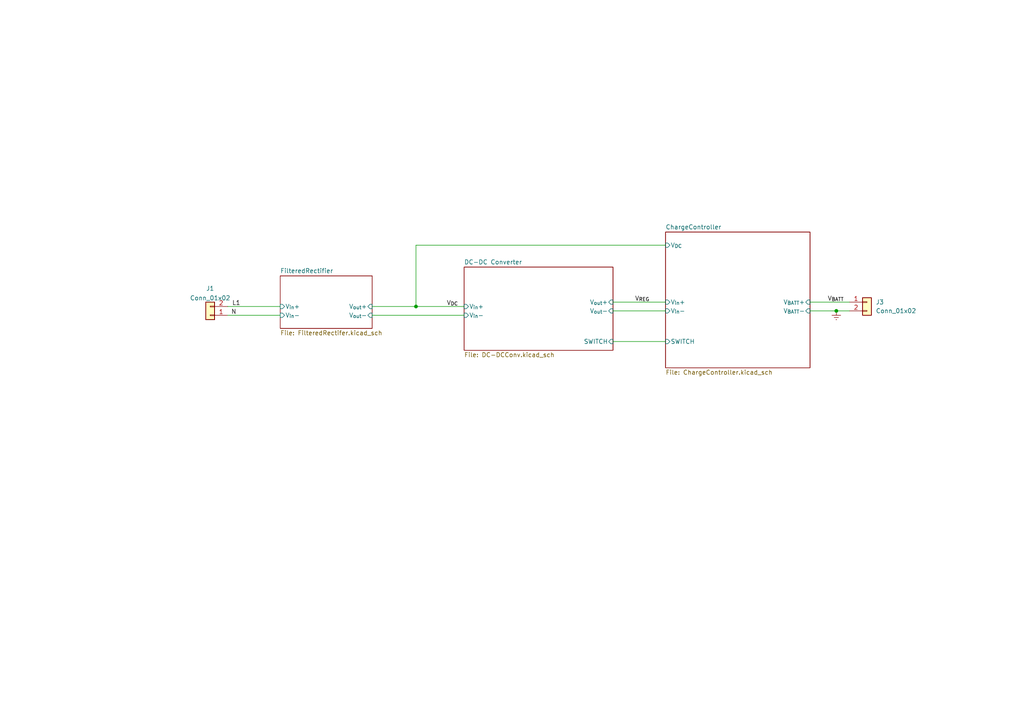
<source format=kicad_sch>
(kicad_sch (version 20211123) (generator eeschema)
  (paper "A4")
  (lib_symbols
    (symbol "Connector_Generic:Conn_01x02" (pin_names (offset 1.016) hide)
      (property "Reference" "J" (at 0 2.54 0))
      (property "Value" "Conn_01x02" (at 0 -5.08 0))
      (symbol "Conn_01x02_1_1"
        (rectangle (start -1.27 -2.413) (end 0 -2.667) (stroke (width 0.1524)))
        (rectangle (start -1.27 0.127) (end 0 -0.127) (stroke (width 0.1524)))
        (rectangle (start -1.27 1.27) (end 1.27 -3.81) (stroke (width 0.254)) (fill (type background)))
        (pin passive line (at -5.08 0 0) (length 3.81) (name "Pin_1") (number "1"))
        (pin passive line (at -5.08 -2.54 0) (length 3.81) (name "Pin_2") (number "2"))
      )
    )
    (symbol "power:Earth" (power) (pin_names (offset 0))
      (symbol "Earth_0_1"
        (polyline (pts (xy -0.635 -1.905) (xy 0.635 -1.905)))
        (polyline (pts (xy -0.127 -2.54) (xy 0.127 -2.54)))
        (polyline (pts (xy 0 -1.27) (xy 0 0)))
        (polyline (pts (xy 1.27 -1.27) (xy -1.27 -1.27)))
      )
      (symbol "Earth_1_1"
        (pin power_in line (at 0 0 270) (length 0) hide (name "Earth") (number "1"))
      )
    )
  )
  (junction (at 242.57 90.17))
  (junction (at 120.65 88.9))
  (wire (pts (xy 134.62 91.44) (xy 107.95 91.44)))
  (wire (pts (xy 177.8 87.63) (xy 193.04 87.63)))
  (wire (pts (xy 120.65 71.12) (xy 193.04 71.12)))
  (wire (pts (xy 193.04 99.06) (xy 177.8 99.06)))
  (wire (pts (xy 81.28 91.44) (xy 66.04 91.44)))
  (wire (pts (xy 120.65 88.9) (xy 134.62 88.9)))
  (wire (pts (xy 107.95 88.9) (xy 120.65 88.9)))
  (wire (pts (xy 81.28 88.9) (xy 66.04 88.9)))
  (wire (pts (xy 234.95 87.63) (xy 246.38 87.63)))
  (wire (pts (xy 120.65 71.12) (xy 120.65 88.9)))
  (wire (pts (xy 234.95 90.17) (xy 242.57 90.17)))
  (wire (pts (xy 242.57 90.17) (xy 246.38 90.17)))
  (wire (pts (xy 193.04 90.17) (xy 177.8 90.17)))
  (label "N" (at 68.58 91.44 180))
  (label "L1" (at 67.31 88.9 0))
  (label "V_{REG}" (at 184.15 87.63 0))
  (label "V_{BATT}" (at 240.03 87.63 0))
  (label "V_{DC}" (at 129.54 88.9 0))
  (symbol (lib_id "Connector_Generic:Conn_01x02") (at 60.96 91.44 180) (unit 1)
    (property "Reference" "J1" (at 60.96 83.6635 0))
    (property "Value" "Conn_01x02" (at 60.96 86.4386 0))
    (property "Footprint" "Connector:Banana_Jack_2Pin" (effects hide))
  )
  (symbol (lib_id "Connector_Generic:Conn_01x02") (at 251.46 87.63 0) (unit 1)
    (property "Reference" "J3" (at 254 87.6299 0) (effects (justify left)))
    (property "Value" "Conn_01x02" (at 254 90.1699 0) (effects (justify left)))
    (property "Footprint" "Connector:Banana_Jack_2Pin" (effects hide))
  )
  (symbol (lib_id "power:Earth") (at 242.57 90.17 0) (unit 1)
    (property "Reference" "#PWR0102" (effects hide))
    (property "Value" "Earth" (effects hide))
  )
  (sheet (at 193.04 67.31) (size 41.91 39.37) (stroke (width 0.1524))
    (property "Sheet name" "ChargeController" (at 193.04 66.5984 0) (effects (justify left bottom)))
    (property "Sheet file" "ChargeController.kicad_sch" (at 193.04 107.2646 0) (effects (justify left top)))
    (pin "V_{in}+" input (at 193.04 87.63 180))
    (pin "V_{BATT}+" input (at 234.95 87.63 0))
    (pin "V_{DC}" input (at 193.04 71.12 180))
    (pin "V_{in}-" input (at 193.04 90.17 180))
    (pin "V_{BATT}-" input (at 234.95 90.17 0))
    (pin "SWITCH" input (at 193.04 99.06 180))
  )
  (sheet (at 81.28 80.01) (size 26.67 15.24) (stroke (width 0.1524))
    (property "Sheet name" "FilteredRectifier" (at 81.28 79.2984 0) (effects (justify left bottom)))
    (property "Sheet file" "FilteredRectifer.kicad_sch" (at 81.28 95.8346 0) (effects (justify left top)))
    (pin "V_{out}-" input (at 107.95 91.44 0))
    (pin "V_{out}+" input (at 107.95 88.9 0))
    (pin "V_{in}-" input (at 81.28 91.44 180))
    (pin "V_{in}+" input (at 81.28 88.9 180))
  )
  (sheet (at 134.62 77.47) (size 43.18 24.13) (stroke (width 0.1524))
    (property "Sheet name" "DC-DC Converter" (at 134.62 76.7584 0) (effects (justify left bottom)))
    (property "Sheet file" "DC-DCConv.kicad_sch" (at 134.62 102.1846 0) (effects (justify left top)))
    (pin "V_{out}+" input (at 177.8 87.63 0))
    (pin "V_{out}-" input (at 177.8 90.17 0))
    (pin "V_{in}+" input (at 134.62 88.9 180))
    (pin "V_{in}-" input (at 134.62 91.44 180))
    (pin "SWITCH" input (at 177.8 99.06 0))
  )
)
</source>
